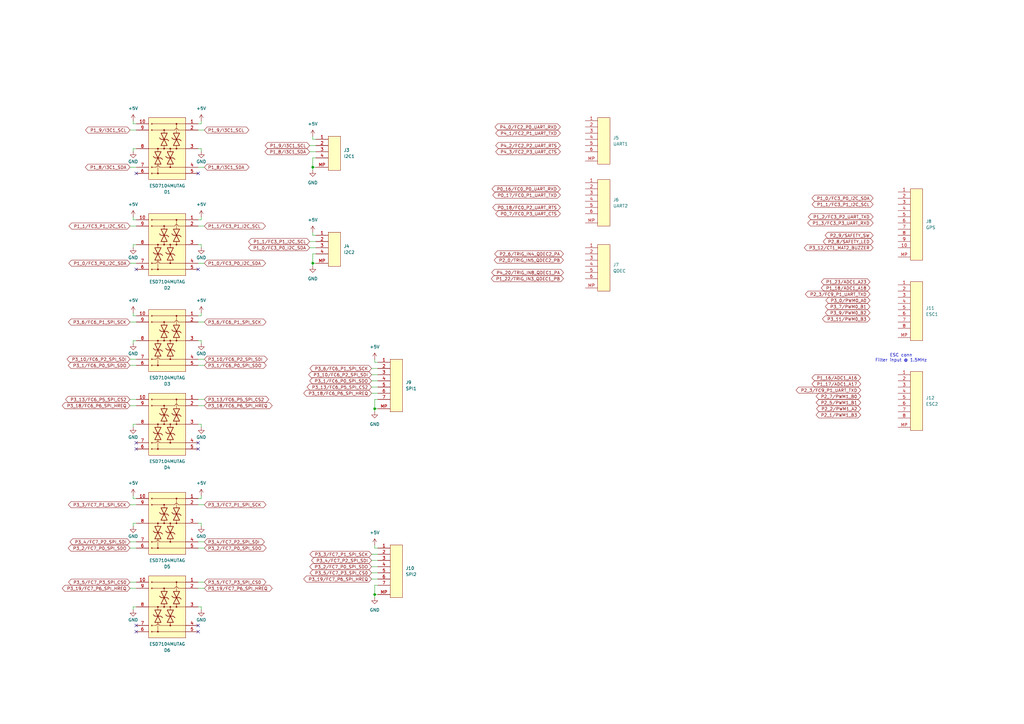
<source format=kicad_sch>
(kicad_sch (version 20250114) (generator "eeschema") (generator_version "9.0")
  (paper "A3")
  (title_block (title "MR-MCXN-T1-IO") (date "2025-10-13") (rev "X0") (company "NXP SEMICONDUCTORS B.V.") (comment 3 "DESIGNER: YOURI TILS") (comment 4 "CTO SYSTEM INNOVATIONS / MOBILE ROBOTICS DOMAIN"))
  (lib_symbols
    (symbol "Connectors:JST_GH_SM04B-GHS-TB" (pin_names (hide yes))
      (property "Reference" "J" (at 1.016 4.826 0))
      (property "Value" "SM04B-GHS-TB" (at 8.128 2.794 0))
      (symbol "JST_GH_SM04B-GHS-TB_1_1"
        (pin passive line (at 0 0 0) (length 5.08) (name "1") (number "1"))
        (pin passive line (at 0 -2.54 0) (length 5.08) (name "1") (number "2"))
        (pin passive line (at 0 -5.08 0) (length 5.08) (name "1") (number "3"))
        (pin passive line (at 0 -7.62 0) (length 5.08) (name "1") (number "4"))
        (pin passive line (at 0 -11.43 0) (length 5.08) (name "MP") (number "MP"))
      )
    )
    (symbol "Connectors:JST_GH_SM06B-GHS-TB" (pin_names (hide yes))
      (property "Reference" "J" (at 1.27 5.08 0))
      (property "Value" "SM06B-GHS-TB" (at 8.382 3.048 0))
      (symbol "JST_GH_SM06B-GHS-TB_1_1"
        (pin passive line (at 0 0 0) (length 5.08) (name "1") (number "1"))
        (pin passive line (at 0 -2.54 0) (length 5.08) (name "1") (number "2"))
        (pin passive line (at 0 -5.08 0) (length 5.08) (name "1") (number "3"))
        (pin passive line (at 0 -7.62 0) (length 5.08) (name "1") (number "4"))
        (pin passive line (at 0 -10.16 0) (length 5.08) (name "1") (number "5"))
        (pin passive line (at 0 -12.7 0) (length 5.08) (name "1") (number "6"))
        (pin passive line (at 0 -16.51 0) (length 5.08) (name "MP") (number "MP"))
      )
    )
    (symbol "Connectors:JST_GH_SM07B-GHS-TB" (pin_names (hide yes))
      (property "Reference" "J" (at 1.27 5.08 0))
      (property "Value" "SM07B-GHS-TB" (at 8.382 3.048 0))
      (symbol "JST_GH_SM07B-GHS-TB_1_1"
        (pin passive line (at 0 0 0) (length 5.08) (name "1") (number "1"))
        (pin passive line (at 0 -2.54 0) (length 5.08) (name "1") (number "2"))
        (pin passive line (at 0 -5.08 0) (length 5.08) (name "1") (number "3"))
        (pin passive line (at 0 -7.62 0) (length 5.08) (name "1") (number "4"))
        (pin passive line (at 0 -10.16 0) (length 5.08) (name "1") (number "5"))
        (pin passive line (at 0 -12.7 0) (length 5.08) (name "1") (number "6"))
        (pin passive line (at 0 -15.24 0) (length 5.08) (name "1") (number "7"))
        (pin passive line (at 0 -19.05 0) (length 5.08) (name "MP") (number "MP"))
      )
    )
    (symbol "Connectors:JST_GH_SM10B-GHS-TB" (pin_names (hide yes))
      (property "Reference" "J" (at 1.27 5.08 0))
      (property "Value" "SM10B-GHS-TB" (at 8.382 3.048 0))
      (symbol "JST_GH_SM10B-GHS-TB_1_1"
        (pin passive line (at 0 0 0) (length 5.08) (name "1") (number "1"))
        (pin passive line (at 0 -2.54 0) (length 5.08) (name "1") (number "2"))
        (pin passive line (at 0 -5.08 0) (length 5.08) (name "1") (number "3"))
        (pin passive line (at 0 -7.62 0) (length 5.08) (name "1") (number "4"))
        (pin passive line (at 0 -10.16 0) (length 5.08) (name "1") (number "5"))
        (pin passive line (at 0 -12.7 0) (length 5.08) (name "1") (number "6"))
        (pin passive line (at 0 -15.24 0) (length 5.08) (name "1") (number "7"))
        (pin passive line (at 0 -17.78 0) (length 5.08) (name "1") (number "8"))
        (pin passive line (at 0 -20.32 0) (length 5.08) (name "1") (number "9"))
        (pin passive line (at 0 -22.86 0) (length 5.08) (name "1") (number "10"))
        (pin passive line (at 0 -26.67 0) (length 5.08) (name "MP") (number "MP"))
      )
    )
    (symbol "Connectors:JST_SH_SM8B-SRSS-TB" (pin_names (hide yes))
      (property "Reference" "J" (at 1.016 5.08 0))
      (property "Value" "SM08B-GHS-TB" (at 8.128 3.048 0))
      (symbol "JST_SH_SM8B-SRSS-TB_1_1"
        (pin passive line (at 0 0 0) (length 5.08) (name "1") (number "1"))
        (pin passive line (at 0 -2.54 0) (length 5.08) (name "1") (number "2"))
        (pin passive line (at 0 -5.08 0) (length 5.08) (name "1") (number "3"))
        (pin passive line (at 0 -7.62 0) (length 5.08) (name "1") (number "4"))
        (pin passive line (at 0 -10.16 0) (length 5.08) (name "1") (number "5"))
        (pin passive line (at 0 -12.7 0) (length 5.08) (name "1") (number "6"))
        (pin passive line (at 0 -15.24 0) (length 5.08) (name "1") (number "7"))
        (pin passive line (at 0 -17.78 0) (length 5.08) (name "1") (number "8"))
        (pin passive line (at 0 -21.59 0) (length 5.08) (name "MP") (number "MP"))
      )
    )
    (symbol "ESD7104MUTAG_1" (pin_names (hide yes))
      (property "Reference" "D" (at 5.334 7.112 0))
      (property "Value" "ESD7104MUTAG" (at 5.334 4.572 0))
      (symbol "ESD7104MUTAG_1_1_1"
        (pin bidirectional line (at 0 0 0) (length 5.08) (hide yes) (name "IO_4") (number "5"))
        (pin passive line (at 0 0 0) (length 5.08) (name "NC_1") (number "6"))
        (pin bidirectional line (at 0 -2.54 0) (length 5.08) (hide yes) (name "IO_3") (number "4"))
        (pin passive line (at 0 -2.54 0) (length 5.08) (name "NC_2") (number "7"))
        (pin power_in line (at 0 -10.16 0) (length 5.08) (name "GND_2") (number "8"))
        (pin bidirectional line (at 0 -17.78 0) (length 5.08) (hide yes) (name "IO_2") (number "2"))
        (pin passive line (at 0 -17.78 0) (length 5.08) (name "NC_3") (number "9"))
        (pin bidirectional line (at 0 -20.32 0) (length 5.08) (hide yes) (name "IO_1") (number "1"))
        (pin passive line (at 0 -20.32 0) (length 5.08) (name "NC_4") (number "10"))
        (pin bidirectional line (at 25.4 0 180) (length 5.08) (name "IO_4") (number "5"))
        (pin bidirectional line (at 25.4 -2.54 180) (length 5.08) (name "IO_3") (number "4"))
        (pin power_in line (at 25.4 -10.16 180) (length 5.08) (name "GND_1") (number "3"))
        (pin bidirectional line (at 25.4 -17.78 180) (length 5.08) (name "IO_2") (number "2"))
        (pin bidirectional line (at 25.4 -20.32 180) (length 5.08) (name "IO_1") (number "1"))
      )
    )
    (symbol "ESD7104MUTAG_2" (pin_names (hide yes))
      (property "Reference" "D" (at 5.334 7.112 0))
      (property "Value" "ESD7104MUTAG" (at 5.334 4.572 0))
      (symbol "ESD7104MUTAG_2_1_1"
        (pin bidirectional line (at 0 0 0) (length 5.08) (hide yes) (name "IO_4") (number "5"))
        (pin passive line (at 0 0 0) (length 5.08) (name "NC_1") (number "6"))
        (pin bidirectional line (at 0 -2.54 0) (length 5.08) (hide yes) (name "IO_3") (number "4"))
        (pin passive line (at 0 -2.54 0) (length 5.08) (name "NC_2") (number "7"))
        (pin power_in line (at 0 -10.16 0) (length 5.08) (name "GND_2") (number "8"))
        (pin bidirectional line (at 0 -17.78 0) (length 5.08) (hide yes) (name "IO_2") (number "2"))
        (pin passive line (at 0 -17.78 0) (length 5.08) (name "NC_3") (number "9"))
        (pin bidirectional line (at 0 -20.32 0) (length 5.08) (hide yes) (name "IO_1") (number "1"))
        (pin passive line (at 0 -20.32 0) (length 5.08) (name "NC_4") (number "10"))
        (pin bidirectional line (at 25.4 0 180) (length 5.08) (name "IO_4") (number "5"))
        (pin bidirectional line (at 25.4 -2.54 180) (length 5.08) (name "IO_3") (number "4"))
        (pin power_in line (at 25.4 -10.16 180) (length 5.08) (name "GND_1") (number "3"))
        (pin bidirectional line (at 25.4 -17.78 180) (length 5.08) (name "IO_2") (number "2"))
        (pin bidirectional line (at 25.4 -20.32 180) (length 5.08) (name "IO_1") (number "1"))
      )
    )
    (symbol "ESD7104MUTAG_3" (pin_names (hide yes))
      (property "Reference" "D" (at 5.334 7.112 0))
      (property "Value" "ESD7104MUTAG" (at 5.334 4.572 0))
      (symbol "ESD7104MUTAG_3_1_1"
        (pin bidirectional line (at 0 0 0) (length 5.08) (hide yes) (name "IO_4") (number "5"))
        (pin passive line (at 0 0 0) (length 5.08) (name "NC_1") (number "6"))
        (pin bidirectional line (at 0 -2.54 0) (length 5.08) (hide yes) (name "IO_3") (number "4"))
        (pin passive line (at 0 -2.54 0) (length 5.08) (name "NC_2") (number "7"))
        (pin power_in line (at 0 -10.16 0) (length 5.08) (name "GND_2") (number "8"))
        (pin bidirectional line (at 0 -17.78 0) (length 5.08) (hide yes) (name "IO_2") (number "2"))
        (pin passive line (at 0 -17.78 0) (length 5.08) (name "NC_3") (number "9"))
        (pin bidirectional line (at 0 -20.32 0) (length 5.08) (hide yes) (name "IO_1") (number "1"))
        (pin passive line (at 0 -20.32 0) (length 5.08) (name "NC_4") (number "10"))
        (pin bidirectional line (at 25.4 0 180) (length 5.08) (name "IO_4") (number "5"))
        (pin bidirectional line (at 25.4 -2.54 180) (length 5.08) (name "IO_3") (number "4"))
        (pin power_in line (at 25.4 -10.16 180) (length 5.08) (name "GND_1") (number "3"))
        (pin bidirectional line (at 25.4 -17.78 180) (length 5.08) (name "IO_2") (number "2"))
        (pin bidirectional line (at 25.4 -20.32 180) (length 5.08) (name "IO_1") (number "1"))
      )
    )
    (symbol "ESD7104MUTAG_4" (pin_names (hide yes))
      (property "Reference" "D" (at 5.334 7.112 0))
      (property "Value" "ESD7104MUTAG" (at 5.334 4.572 0))
      (symbol "ESD7104MUTAG_4_1_1"
        (pin bidirectional line (at 0 0 0) (length 5.08) (hide yes) (name "IO_4") (number "5"))
        (pin passive line (at 0 0 0) (length 5.08) (name "NC_1") (number "6"))
        (pin bidirectional line (at 0 -2.54 0) (length 5.08) (hide yes) (name "IO_3") (number "4"))
        (pin passive line (at 0 -2.54 0) (length 5.08) (name "NC_2") (number "7"))
        (pin power_in line (at 0 -10.16 0) (length 5.08) (name "GND_2") (number "8"))
        (pin bidirectional line (at 0 -17.78 0) (length 5.08) (hide yes) (name "IO_2") (number "2"))
        (pin passive line (at 0 -17.78 0) (length 5.08) (name "NC_3") (number "9"))
        (pin bidirectional line (at 0 -20.32 0) (length 5.08) (hide yes) (name "IO_1") (number "1"))
        (pin passive line (at 0 -20.32 0) (length 5.08) (name "NC_4") (number "10"))
        (pin bidirectional line (at 25.4 0 180) (length 5.08) (name "IO_4") (number "5"))
        (pin bidirectional line (at 25.4 -2.54 180) (length 5.08) (name "IO_3") (number "4"))
        (pin power_in line (at 25.4 -10.16 180) (length 5.08) (name "GND_1") (number "3"))
        (pin bidirectional line (at 25.4 -17.78 180) (length 5.08) (name "IO_2") (number "2"))
        (pin bidirectional line (at 25.4 -20.32 180) (length 5.08) (name "IO_1") (number "1"))
      )
    )
    (symbol "ESD7104MUTAG_5" (pin_names (hide yes))
      (property "Reference" "D" (at 5.334 7.112 0))
      (property "Value" "ESD7104MUTAG" (at 5.334 4.572 0))
      (symbol "ESD7104MUTAG_5_1_1"
        (pin bidirectional line (at 0 0 0) (length 5.08) (hide yes) (name "IO_4") (number "5"))
        (pin passive line (at 0 0 0) (length 5.08) (name "NC_1") (number "6"))
        (pin bidirectional line (at 0 -2.54 0) (length 5.08) (hide yes) (name "IO_3") (number "4"))
        (pin passive line (at 0 -2.54 0) (length 5.08) (name "NC_2") (number "7"))
        (pin power_in line (at 0 -10.16 0) (length 5.08) (name "GND_2") (number "8"))
        (pin bidirectional line (at 0 -17.78 0) (length 5.08) (hide yes) (name "IO_2") (number "2"))
        (pin passive line (at 0 -17.78 0) (length 5.08) (name "NC_3") (number "9"))
        (pin bidirectional line (at 0 -20.32 0) (length 5.08) (hide yes) (name "IO_1") (number "1"))
        (pin passive line (at 0 -20.32 0) (length 5.08) (name "NC_4") (number "10"))
        (pin bidirectional line (at 25.4 0 180) (length 5.08) (name "IO_4") (number "5"))
        (pin bidirectional line (at 25.4 -2.54 180) (length 5.08) (name "IO_3") (number "4"))
        (pin power_in line (at 25.4 -10.16 180) (length 5.08) (name "GND_1") (number "3"))
        (pin bidirectional line (at 25.4 -17.78 180) (length 5.08) (name "IO_2") (number "2"))
        (pin bidirectional line (at 25.4 -20.32 180) (length 5.08) (name "IO_1") (number "1"))
      )
    )
    (symbol "TVS:ESD7104MUTAG" (pin_names (hide yes))
      (property "Reference" "D" (at 5.334 7.112 0))
      (property "Value" "ESD7104MUTAG" (at 5.334 4.572 0))
      (symbol "ESD7104MUTAG_1_1"
        (pin bidirectional line (at 0 0 0) (length 5.08) (hide yes) (name "IO_4") (number "5"))
        (pin passive line (at 0 0 0) (length 5.08) (name "NC_1") (number "6"))
        (pin bidirectional line (at 0 -2.54 0) (length 5.08) (hide yes) (name "IO_3") (number "4"))
        (pin passive line (at 0 -2.54 0) (length 5.08) (name "NC_2") (number "7"))
        (pin power_in line (at 0 -10.16 0) (length 5.08) (name "GND_2") (number "8"))
        (pin bidirectional line (at 0 -17.78 0) (length 5.08) (hide yes) (name "IO_2") (number "2"))
        (pin passive line (at 0 -17.78 0) (length 5.08) (name "NC_3") (number "9"))
        (pin bidirectional line (at 0 -20.32 0) (length 5.08) (hide yes) (name "IO_1") (number "1"))
        (pin passive line (at 0 -20.32 0) (length 5.08) (name "NC_4") (number "10"))
        (pin bidirectional line (at 25.4 0 180) (length 5.08) (name "IO_4") (number "5"))
        (pin bidirectional line (at 25.4 -2.54 180) (length 5.08) (name "IO_3") (number "4"))
        (pin power_in line (at 25.4 -10.16 180) (length 5.08) (name "GND_1") (number "3"))
        (pin bidirectional line (at 25.4 -17.78 180) (length 5.08) (name "IO_2") (number "2"))
        (pin bidirectional line (at 25.4 -20.32 180) (length 5.08) (name "IO_1") (number "1"))
      )
    )
    (symbol "power:+5V" (power) (pin_numbers (hide yes)) (pin_names (offset 0) (hide yes))
      (property "Value" "+5V" (at 0 3.556 0))
      (symbol "+5V_1_1"
        (pin power_in line (at 0 0 90) (length 0) (name "~") (number "1"))
      )
    )
    (symbol "power:GND" (power) (pin_numbers (hide yes)) (pin_names (offset 0) (hide yes))
      (property "Value" "GND" (at 0 -3.81 0))
      (symbol "GND_1_1"
        (pin power_in line (at 0 0 270) (length 0) (name "~") (number "1"))
      )
    )
  )
  (text "ESC conn\nFilter input @ 1.5MHz" (at 369.57 146.812 0) (effects (font (size 1.27 1.27))))
  (junction (at 153.67 167.64))
  (junction (at 153.67 243.84))
  (junction (at 128.27 107.95))
  (junction (at 128.27 68.58))
  (no_connect (at 55.88 181.61))
  (no_connect (at 81.28 181.61))
  (no_connect (at 81.28 259.08))
  (no_connect (at 55.88 184.15))
  (no_connect (at 55.88 110.49))
  (no_connect (at 81.28 256.54))
  (no_connect (at 81.28 110.49))
  (no_connect (at 55.88 256.54))
  (no_connect (at 55.88 71.12))
  (no_connect (at 55.88 259.08))
  (no_connect (at 81.28 184.15))
  (no_connect (at 81.28 71.12))
  (wire (pts (xy 83.82 147.32) (xy 81.28 147.32)))
  (wire (pts (xy 83.82 163.83) (xy 81.28 163.83)))
  (wire (pts (xy 82.55 214.63) (xy 81.28 214.63)))
  (wire (pts (xy 82.55 173.99) (xy 82.55 175.26)))
  (wire (pts (xy 128.27 57.15) (xy 129.54 57.15)))
  (wire (pts (xy 128.27 69.85) (xy 128.27 68.58)))
  (wire (pts (xy 152.4 151.13) (xy 154.94 151.13)))
  (wire (pts (xy 153.67 240.03) (xy 154.94 240.03)))
  (wire (pts (xy 83.82 238.76) (xy 81.28 238.76)))
  (wire (pts (xy 128.27 68.58) (xy 129.54 68.58)))
  (wire (pts (xy 81.28 50.8) (xy 82.55 50.8)))
  (wire (pts (xy 82.55 204.47) (xy 81.28 204.47)))
  (wire (pts (xy 53.34 224.79) (xy 55.88 224.79)))
  (wire (pts (xy 53.34 107.95) (xy 55.88 107.95)))
  (wire (pts (xy 152.4 158.75) (xy 154.94 158.75)))
  (wire (pts (xy 152.4 227.33) (xy 154.94 227.33)))
  (wire (pts (xy 54.61 100.33) (xy 55.88 100.33)))
  (wire (pts (xy 152.4 161.29) (xy 154.94 161.29)))
  (wire (pts (xy 152.4 229.87) (xy 154.94 229.87)))
  (wire (pts (xy 83.82 132.08) (xy 81.28 132.08)))
  (wire (pts (xy 83.82 53.34) (xy 81.28 53.34)))
  (wire (pts (xy 82.55 248.92) (xy 81.28 248.92)))
  (wire (pts (xy 54.61 128.27) (xy 54.61 129.54)))
  (wire (pts (xy 128.27 109.22) (xy 128.27 107.95)))
  (wire (pts (xy 53.34 207.01) (xy 55.88 207.01)))
  (wire (pts (xy 153.67 147.32) (xy 153.67 148.59)))
  (wire (pts (xy 83.82 241.3) (xy 81.28 241.3)))
  (wire (pts (xy 128.27 104.14) (xy 128.27 107.95)))
  (wire (pts (xy 82.55 100.33) (xy 82.55 101.6)))
  (wire (pts (xy 82.55 100.33) (xy 81.28 100.33)))
  (wire (pts (xy 152.4 234.95) (xy 154.94 234.95)))
  (wire (pts (xy 54.61 248.92) (xy 54.61 250.19)))
  (wire (pts (xy 83.82 207.01) (xy 81.28 207.01)))
  (wire (pts (xy 82.55 60.96) (xy 82.55 62.23)))
  (wire (pts (xy 82.55 49.53) (xy 82.55 50.8)))
  (wire (pts (xy 53.34 166.37) (xy 55.88 166.37)))
  (wire (pts (xy 153.67 163.83) (xy 153.67 167.64)))
  (wire (pts (xy 152.4 153.67) (xy 154.94 153.67)))
  (wire (pts (xy 129.54 59.69) (xy 127 59.69)))
  (wire (pts (xy 83.82 149.86) (xy 81.28 149.86)))
  (wire (pts (xy 153.67 148.59) (xy 154.94 148.59)))
  (wire (pts (xy 83.82 166.37) (xy 81.28 166.37)))
  (wire (pts (xy 54.61 203.2) (xy 54.61 204.47)))
  (wire (pts (xy 152.4 232.41) (xy 154.94 232.41)))
  (wire (pts (xy 82.55 214.63) (xy 82.55 215.9)))
  (wire (pts (xy 129.54 64.77) (xy 128.27 64.77)))
  (wire (pts (xy 82.55 129.54) (xy 81.28 129.54)))
  (wire (pts (xy 82.55 128.27) (xy 82.55 129.54)))
  (wire (pts (xy 83.82 92.71) (xy 81.28 92.71)))
  (wire (pts (xy 54.61 90.17) (xy 55.88 90.17)))
  (wire (pts (xy 54.61 173.99) (xy 55.88 173.99)))
  (wire (pts (xy 127 101.6) (xy 129.54 101.6)))
  (wire (pts (xy 82.55 139.7) (xy 82.55 140.97)))
  (wire (pts (xy 82.55 173.99) (xy 81.28 173.99)))
  (wire (pts (xy 54.61 214.63) (xy 55.88 214.63)))
  (wire (pts (xy 53.34 149.86) (xy 55.88 149.86)))
  (wire (pts (xy 81.28 107.95) (xy 83.82 107.95)))
  (wire (pts (xy 152.4 237.49) (xy 154.94 237.49)))
  (wire (pts (xy 82.55 248.92) (xy 82.55 250.19)))
  (wire (pts (xy 53.34 92.71) (xy 55.88 92.71)))
  (wire (pts (xy 54.61 173.99) (xy 54.61 175.26)))
  (wire (pts (xy 153.67 167.64) (xy 154.94 167.64)))
  (wire (pts (xy 81.28 90.17) (xy 82.55 90.17)))
  (wire (pts (xy 53.34 132.08) (xy 55.88 132.08)))
  (wire (pts (xy 128.27 55.88) (xy 128.27 57.15)))
  (wire (pts (xy 53.34 68.58) (xy 55.88 68.58)))
  (wire (pts (xy 82.55 203.2) (xy 82.55 204.47)))
  (wire (pts (xy 153.67 163.83) (xy 154.94 163.83)))
  (wire (pts (xy 53.34 147.32) (xy 55.88 147.32)))
  (wire (pts (xy 54.61 100.33) (xy 54.61 101.6)))
  (wire (pts (xy 53.34 241.3) (xy 55.88 241.3)))
  (wire (pts (xy 128.27 96.52) (xy 129.54 96.52)))
  (wire (pts (xy 128.27 64.77) (xy 128.27 68.58)))
  (wire (pts (xy 128.27 95.25) (xy 128.27 96.52)))
  (wire (pts (xy 54.61 60.96) (xy 54.61 62.23)))
  (wire (pts (xy 54.61 139.7) (xy 55.88 139.7)))
  (wire (pts (xy 54.61 49.53) (xy 54.61 50.8)))
  (wire (pts (xy 153.67 223.52) (xy 153.67 224.79)))
  (wire (pts (xy 82.55 139.7) (xy 81.28 139.7)))
  (wire (pts (xy 128.27 107.95) (xy 129.54 107.95)))
  (wire (pts (xy 53.34 53.34) (xy 55.88 53.34)))
  (wire (pts (xy 54.61 139.7) (xy 54.61 140.97)))
  (wire (pts (xy 83.82 224.79) (xy 81.28 224.79)))
  (wire (pts (xy 153.67 240.03) (xy 153.67 243.84)))
  (wire (pts (xy 54.61 50.8) (xy 55.88 50.8)))
  (wire (pts (xy 153.67 243.84) (xy 154.94 243.84)))
  (wire (pts (xy 153.67 168.91) (xy 153.67 167.64)))
  (wire (pts (xy 83.82 222.25) (xy 81.28 222.25)))
  (wire (pts (xy 82.55 88.9) (xy 82.55 90.17)))
  (wire (pts (xy 53.34 238.76) (xy 55.88 238.76)))
  (wire (pts (xy 54.61 88.9) (xy 54.61 90.17)))
  (wire (pts (xy 153.67 245.11) (xy 153.67 243.84)))
  (wire (pts (xy 129.54 104.14) (xy 128.27 104.14)))
  (wire (pts (xy 153.67 224.79) (xy 154.94 224.79)))
  (wire (pts (xy 54.61 60.96) (xy 55.88 60.96)))
  (wire (pts (xy 127 62.23) (xy 129.54 62.23)))
  (wire (pts (xy 82.55 60.96) (xy 81.28 60.96)))
  (wire (pts (xy 127 99.06) (xy 129.54 99.06)))
  (wire (pts (xy 54.61 248.92) (xy 55.88 248.92)))
  (wire (pts (xy 54.61 214.63) (xy 54.61 215.9)))
  (wire (pts (xy 81.28 68.58) (xy 83.82 68.58)))
  (wire (pts (xy 54.61 204.47) (xy 55.88 204.47)))
  (wire (pts (xy 54.61 129.54) (xy 55.88 129.54)))
  (wire (pts (xy 53.34 222.25) (xy 55.88 222.25)))
  (wire (pts (xy 53.34 163.83) (xy 55.88 163.83)))
  (wire (pts (xy 152.4 156.21) (xy 154.94 156.21)))
  (global_label "P0_18{slash}FC0_P2_UART_RTS" (shape bidirectional) (at 229.87 85.09 180) (property "Intersheetrefs" "${INTERSHEET_REFS}" (at 201.5227 85.09 0) (effects (justify right))))
  (global_label "P1_1{slash}FC3_P1_I2C_SCL" (shape bidirectional) (at 127 99.06 180) (property "Intersheetrefs" "${INTERSHEET_REFS}" (at 101.3136 99.06 0) (effects (justify right))))
  (global_label "P0_7{slash}FC0_P3_UART_CTS" (shape bidirectional) (at 229.87 87.63 180) (property "Intersheetrefs" "${INTERSHEET_REFS}" (at 202.7322 87.63 0) (effects (justify right))))
  (global_label "P1_0{slash}FC3_P0_I2C_SDA" (shape bidirectional) (at 83.82 107.95 0) (property "Intersheetrefs" "${INTERSHEET_REFS}" (at 109.4459 107.95 0) (effects (justify left))))
  (global_label "P2_0{slash}TRIG_IN5_QDEC2_PB" (shape bidirectional) (at 231.14 106.68 180) (property "Intersheetrefs" "${INTERSHEET_REFS}" (at 202.1274 106.68 0) (effects (justify right))))
  (global_label "P1_23{slash}ADC1_A23" (shape bidirectional) (at 356.87 115.57 180) (property "Intersheetrefs" "${INTERSHEET_REFS}" (at 336.2636 115.57 0) (effects (justify right))))
  (global_label "P3_19{slash}FC7_P6_SPI_HREQ" (shape bidirectional) (at 83.82 241.3 0) (property "Intersheetrefs" "${INTERSHEET_REFS}" (at 112.2278 241.3 0) (effects (justify left))))
  (global_label "P0_16{slash}FC0_P0_UART_RXD" (shape bidirectional) (at 229.87 77.47 180) (property "Intersheetrefs" "${INTERSHEET_REFS}" (at 201.2203 77.47 0) (effects (justify right))))
  (global_label "P1_9{slash}I3C1_SCL" (shape bidirectional) (at 83.82 53.34 0) (property "Intersheetrefs" "${INTERSHEET_REFS}" (at 102.7331 53.34 0) (effects (justify left))))
  (global_label "P3_9{slash}PWM0_B2" (shape bidirectional) (at 356.87 128.27 180) (property "Intersheetrefs" "${INTERSHEET_REFS}" (at 337.957 128.27 0) (effects (justify right))))
  (global_label "P1_0{slash}FC3_P0_I2C_SDA" (shape bidirectional) (at 127 101.6 180) (property "Intersheetrefs" "${INTERSHEET_REFS}" (at 101.3741 101.6 0) (effects (justify right))))
  (global_label "P3_3{slash}FC7_P1_SPI_SCK" (shape bidirectional) (at 152.4 227.33 180) (property "Intersheetrefs" "${INTERSHEET_REFS}" (at 126.5322 227.33 0) (effects (justify right))))
  (global_label "P3_18{slash}FC6_P6_SPI_HREQ" (shape bidirectional) (at 152.4 161.29 180) (property "Intersheetrefs" "${INTERSHEET_REFS}" (at 123.9922 161.29 0) (effects (justify right))))
  (global_label "P1_9{slash}I3C1_SCL" (shape bidirectional) (at 127 59.69 180) (property "Intersheetrefs" "${INTERSHEET_REFS}" (at 108.0869 59.69 0) (effects (justify right))))
  (global_label "P1_3{slash}FC3_P3_UART_RXD" (shape bidirectional) (at 358.14 91.44 180) (property "Intersheetrefs" "${INTERSHEET_REFS}" (at 330.6998 91.44 0) (effects (justify right))))
  (global_label "P3_10{slash}FC6_P2_SPI_SDI" (shape bidirectional) (at 152.4 153.67 180) (property "Intersheetrefs" "${INTERSHEET_REFS}" (at 125.9879 153.67 0) (effects (justify right))))
  (global_label "P1_9{slash}I3C1_SCL" (shape bidirectional) (at 53.34 53.34 180) (property "Intersheetrefs" "${INTERSHEET_REFS}" (at 34.4269 53.34 0) (effects (justify right))))
  (global_label "P3_0{slash}PWM0_A0" (shape bidirectional) (at 356.87 123.19 180) (property "Intersheetrefs" "${INTERSHEET_REFS}" (at 338.1384 123.19 0) (effects (justify right))))
  (global_label "P3_5{slash}FC7_P3_SPI_CS0" (shape bidirectional) (at 83.82 238.76 0) (property "Intersheetrefs" "${INTERSHEET_REFS}" (at 109.6273 238.76 0) (effects (justify left))))
  (global_label "P3_18{slash}FC6_P6_SPI_HREQ" (shape bidirectional) (at 83.82 166.37 0) (property "Intersheetrefs" "${INTERSHEET_REFS}" (at 112.2278 166.37 0) (effects (justify left))))
  (global_label "P3_13{slash}FC6_P5_SPI_CS2" (shape bidirectional) (at 53.34 163.83 180) (property "Intersheetrefs" "${INTERSHEET_REFS}" (at 26.3232 163.83 0) (effects (justify right))))
  (global_label "P1_0{slash}FC3_P0_I2C_SDA" (shape bidirectional) (at 53.34 107.95 180) (property "Intersheetrefs" "${INTERSHEET_REFS}" (at 27.7141 107.95 0) (effects (justify right))))
  (global_label "P1_17{slash}ADC1_A17" (shape bidirectional) (at 353.06 157.48 180) (property "Intersheetrefs" "${INTERSHEET_REFS}" (at 332.4536 157.48 0) (effects (justify right))))
  (global_label "P3_11{slash}PWM0_B3" (shape bidirectional) (at 356.87 130.81 180) (property "Intersheetrefs" "${INTERSHEET_REFS}" (at 336.7475 130.81 0) (effects (justify right))))
  (global_label "P1_0{slash}FC3_P0_I2C_SDA" (shape bidirectional) (at 358.14 81.28 180) (property "Intersheetrefs" "${INTERSHEET_REFS}" (at 332.4536 81.28 0) (effects (justify right))))
  (global_label "P2_2{slash}PWM1_A2" (shape bidirectional) (at 353.06 167.64 180) (property "Intersheetrefs" "${INTERSHEET_REFS}" (at 334.3284 167.64 0) (effects (justify right))))
  (global_label "P3_1{slash}FC6_P0_SPI_SDO" (shape bidirectional) (at 53.34 149.86 180) (property "Intersheetrefs" "${INTERSHEET_REFS}" (at 27.4117 149.86 0) (effects (justify right))))
  (global_label "P3_3{slash}FC7_P1_SPI_SCK" (shape bidirectional) (at 83.82 207.01 0) (property "Intersheetrefs" "${INTERSHEET_REFS}" (at 109.6878 207.01 0) (effects (justify left))))
  (global_label "P2_3{slash}FC9_P1_UART_TXD" (shape bidirectional) (at 353.06 160.02 180) (property "Intersheetrefs" "${INTERSHEET_REFS}" (at 325.9222 160.02 0) (effects (justify right))))
  (global_label "P3_13{slash}FC6_P5_SPI_CS2" (shape bidirectional) (at 152.4 158.75 180) (property "Intersheetrefs" "${INTERSHEET_REFS}" (at 125.3832 158.75 0) (effects (justify right))))
  (global_label "P3_2{slash}FC7_P0_SPI_SDO" (shape bidirectional) (at 53.34 224.79 180) (property "Intersheetrefs" "${INTERSHEET_REFS}" (at 27.4117 224.79 0) (effects (justify right))))
  (global_label "P3_1{slash}FC6_P0_SPI_SDO" (shape bidirectional) (at 152.4 156.21 180) (property "Intersheetrefs" "${INTERSHEET_REFS}" (at 126.4717 156.21 0) (effects (justify right))))
  (global_label "P3_7{slash}PWM0_B1" (shape bidirectional) (at 356.87 125.73 180) (property "Intersheetrefs" "${INTERSHEET_REFS}" (at 337.957 125.73 0) (effects (justify right))))
  (global_label "P1_1{slash}FC3_P1_I2C_SCL" (shape bidirectional) (at 53.34 92.71 180) (property "Intersheetrefs" "${INTERSHEET_REFS}" (at 27.6536 92.71 0) (effects (justify right))))
  (global_label "P3_13{slash}FC6_P5_SPI_CS2" (shape bidirectional) (at 83.82 163.83 0) (property "Intersheetrefs" "${INTERSHEET_REFS}" (at 110.8368 163.83 0) (effects (justify left))))
  (global_label "P1_1{slash}FC3_P1_I2C_SCL" (shape bidirectional) (at 358.14 83.82 180) (property "Intersheetrefs" "${INTERSHEET_REFS}" (at 332.5141 83.82 0) (effects (justify right))))
  (global_label "P3_6{slash}FC6_P1_SPI_SCK" (shape bidirectional) (at 83.82 132.08 0) (property "Intersheetrefs" "${INTERSHEET_REFS}" (at 109.6878 132.08 0) (effects (justify left))))
  (global_label "P3_3{slash}FC7_P1_SPI_SCK" (shape bidirectional) (at 53.34 207.01 180) (property "Intersheetrefs" "${INTERSHEET_REFS}" (at 27.4722 207.01 0) (effects (justify right))))
  (global_label "P4_1{slash}FC2_P1_UART_TXD" (shape bidirectional) (at 229.87 54.61 180) (property "Intersheetrefs" "${INTERSHEET_REFS}" (at 202.7322 54.61 0) (effects (justify right))))
  (global_label "P3_6{slash}FC6_P1_SPI_SCK" (shape bidirectional) (at 53.34 132.08 180) (property "Intersheetrefs" "${INTERSHEET_REFS}" (at 27.4722 132.08 0) (effects (justify right))))
  (global_label "P1_2{slash}FC3_P2_UART_TXD" (shape bidirectional) (at 358.14 88.9 180) (property "Intersheetrefs" "${INTERSHEET_REFS}" (at 331.0022 88.9 0) (effects (justify right))))
  (global_label "P4_3{slash}FC2_P3_UART_CTS" (shape bidirectional) (at 229.87 62.23 180) (property "Intersheetrefs" "${INTERSHEET_REFS}" (at 202.7322 62.23 0) (effects (justify right))))
  (global_label "P3_19{slash}FC7_P6_SPI_HREQ" (shape bidirectional) (at 152.4 237.49 180) (property "Intersheetrefs" "${INTERSHEET_REFS}" (at 123.9922 237.49 0) (effects (justify right))))
  (global_label "P3_2{slash}FC7_P0_SPI_SDO" (shape bidirectional) (at 83.82 224.79 0) (property "Intersheetrefs" "${INTERSHEET_REFS}" (at 109.7483 224.79 0) (effects (justify left))))
  (global_label "P3_12{slash}CT1_MAT2_BUZZER" (shape bidirectional) (at 358.14 101.6 180) (property "Intersheetrefs" "${INTERSHEET_REFS}" (at 329.309 101.6 0) (effects (justify right))))
  (global_label "P4_2{slash}FC2_P2_UART_RTS" (shape bidirectional) (at 229.87 59.69 180) (property "Intersheetrefs" "${INTERSHEET_REFS}" (at 202.7322 59.69 0) (effects (justify right))))
  (global_label "P3_19{slash}FC7_P6_SPI_HREQ" (shape bidirectional) (at 53.34 241.3 180) (property "Intersheetrefs" "${INTERSHEET_REFS}" (at 24.9322 241.3 0) (effects (justify right))))
  (global_label "P2_3{slash}FC9_P1_UART_TXD" (shape bidirectional) (at 356.87 120.65 180) (property "Intersheetrefs" "${INTERSHEET_REFS}" (at 329.7322 120.65 0) (effects (justify right))))
  (global_label "P3_2{slash}FC7_P0_SPI_SDO" (shape bidirectional) (at 152.4 232.41 180) (property "Intersheetrefs" "${INTERSHEET_REFS}" (at 126.4717 232.41 0) (effects (justify right))))
  (global_label "P3_4{slash}FC7_P2_SPI_SDI" (shape bidirectional) (at 83.82 222.25 0) (property "Intersheetrefs" "${INTERSHEET_REFS}" (at 109.0226 222.25 0) (effects (justify left))))
  (global_label "P3_5{slash}FC7_P3_SPI_CS0" (shape bidirectional) (at 53.34 238.76 180) (property "Intersheetrefs" "${INTERSHEET_REFS}" (at 27.5327 238.76 0) (effects (justify right))))
  (global_label "P2_8{slash}SAFETY_LED" (shape bidirectional) (at 358.14 99.06 180) (property "Intersheetrefs" "${INTERSHEET_REFS}" (at 337.0498 99.06 0) (effects (justify right))))
  (global_label "P2_1{slash}PWM1_B3" (shape bidirectional) (at 353.06 170.18 180) (property "Intersheetrefs" "${INTERSHEET_REFS}" (at 334.147 170.18 0) (effects (justify right))))
  (global_label "P2_9{slash}SAFETY_SW" (shape bidirectional) (at 358.14 96.52 180) (property "Intersheetrefs" "${INTERSHEET_REFS}" (at 337.836 96.52 0) (effects (justify right))))
  (global_label "P1_8{slash}I3C1_SDA" (shape bidirectional) (at 83.82 68.58 0) (property "Intersheetrefs" "${INTERSHEET_REFS}" (at 102.6726 68.58 0) (effects (justify left))))
  (global_label "P1_22{slash}TRIG_IN3_QDEC1_PB" (shape bidirectional) (at 231.14 114.3 180) (property "Intersheetrefs" "${INTERSHEET_REFS}" (at 200.9179 114.3 0) (effects (justify right))))
  (global_label "P4_0{slash}FC2_P0_UART_RXD" (shape bidirectional) (at 229.87 52.07 180) (property "Intersheetrefs" "${INTERSHEET_REFS}" (at 202.4298 52.07 0) (effects (justify right))))
  (global_label "P1_8{slash}I3C1_SDA" (shape bidirectional) (at 53.34 68.58 180) (property "Intersheetrefs" "${INTERSHEET_REFS}" (at 34.4874 68.58 0) (effects (justify right))))
  (global_label "P3_4{slash}FC7_P2_SPI_SDI" (shape bidirectional) (at 53.34 222.25 180) (property "Intersheetrefs" "${INTERSHEET_REFS}" (at 28.1374 222.25 0) (effects (justify right))))
  (global_label "P0_17{slash}FC0_P1_UART_TXD" (shape bidirectional) (at 229.87 80.01 180) (property "Intersheetrefs" "${INTERSHEET_REFS}" (at 201.5227 80.01 0) (effects (justify right))))
  (global_label "P1_16{slash}ADC1_A16" (shape bidirectional) (at 353.06 154.94 180) (property "Intersheetrefs" "${INTERSHEET_REFS}" (at 332.4536 154.94 0) (effects (justify right))))
  (global_label "P1_1{slash}FC3_P1_I2C_SCL" (shape bidirectional) (at 83.82 92.71 0) (property "Intersheetrefs" "${INTERSHEET_REFS}" (at 109.5064 92.71 0) (effects (justify left))))
  (global_label "P3_18{slash}FC6_P6_SPI_HREQ" (shape bidirectional) (at 53.34 166.37 180) (property "Intersheetrefs" "${INTERSHEET_REFS}" (at 24.9322 166.37 0) (effects (justify right))))
  (global_label "P2_6{slash}TRIG_IN4_QDEC2_PA" (shape bidirectional) (at 231.14 104.14 180) (property "Intersheetrefs" "${INTERSHEET_REFS}" (at 202.3088 104.14 0) (effects (justify right))))
  (global_label "P1_18{slash}ADC1_A18" (shape bidirectional) (at 356.87 118.11 180) (property "Intersheetrefs" "${INTERSHEET_REFS}" (at 336.2636 118.11 0) (effects (justify right))))
  (global_label "P2_5{slash}PWM1_B1" (shape bidirectional) (at 353.06 165.1 180) (property "Intersheetrefs" "${INTERSHEET_REFS}" (at 334.147 165.1 0) (effects (justify right))))
  (global_label "P4_20{slash}TRIG_IN8_QDEC1_PA" (shape bidirectional) (at 231.14 111.76 180) (property "Intersheetrefs" "${INTERSHEET_REFS}" (at 201.0993 111.76 0) (effects (justify right))))
  (global_label "P1_8{slash}I3C1_SDA" (shape bidirectional) (at 127 62.23 180) (property "Intersheetrefs" "${INTERSHEET_REFS}" (at 108.1474 62.23 0) (effects (justify right))))
  (global_label "P3_10{slash}FC6_P2_SPI_SDI" (shape bidirectional) (at 83.82 147.32 0) (property "Intersheetrefs" "${INTERSHEET_REFS}" (at 110.2321 147.32 0) (effects (justify left))))
  (global_label "P3_10{slash}FC6_P2_SPI_SDI" (shape bidirectional) (at 53.34 147.32 180) (property "Intersheetrefs" "${INTERSHEET_REFS}" (at 26.9279 147.32 0) (effects (justify right))))
  (global_label "P3_1{slash}FC6_P0_SPI_SDO" (shape bidirectional) (at 83.82 149.86 0) (property "Intersheetrefs" "${INTERSHEET_REFS}" (at 109.7483 149.86 0) (effects (justify left))))
  (global_label "P3_4{slash}FC7_P2_SPI_SDI" (shape bidirectional) (at 152.4 229.87 180) (property "Intersheetrefs" "${INTERSHEET_REFS}" (at 127.1974 229.87 0) (effects (justify right))))
  (global_label "P3_6{slash}FC6_P1_SPI_SCK" (shape bidirectional) (at 152.4 151.13 180) (property "Intersheetrefs" "${INTERSHEET_REFS}" (at 126.5322 151.13 0) (effects (justify right))))
  (global_label "P2_7{slash}PWM1_B0" (shape bidirectional) (at 353.06 162.56 180) (property "Intersheetrefs" "${INTERSHEET_REFS}" (at 334.147 162.56 0) (effects (justify right))))
  (global_label "P3_5{slash}FC7_P3_SPI_CS0" (shape bidirectional) (at 152.4 234.95 180) (property "Intersheetrefs" "${INTERSHEET_REFS}" (at 126.5927 234.95 0) (effects (justify right))))
  (symbol (lib_id "power:GND") (at 54.61 62.23 0) (mirror y) (unit 1)
    (property "Reference" "#PWR047" (effects (hide yes)))
    (property "Value" "GND" (at 54.61 66.294 0))
    (property "Description" "Power symbol creates a global label with name \"GND\" , ground" (effects (hide yes)))
  )
  (symbol (lib_name "ESD7104MUTAG_1") (lib_id "TVS:ESD7104MUTAG") (at 55.88 110.49 0) (mirror x) (unit 1)
    (property "Reference" "D2" (at 68.58 118.11 0))
    (property "Value" "ESD7104MUTAG" (at 68.58 115.57 0))
    (property "Footprint" "TVS:ESD8104MUTAG" (effects (hide yes)))
    (property "Datasheet" "https://www.onsemi.com/pub/Collateral/ESD7104-D.PDF" (effects (hide yes)))
    (property "Description" "SZESD7104MTWTAG Wettable Flank Package; Low ESD Clamping Voltage; SZ Prefix for Automotive and Other Applications Requiring Unique Site and Control Change Requirements; AECQ101 Qualified and PPAP Capable; These Devices are PbFree, Halogen Free/BFR Free and are RoHS Compliant; Low Capacitance (0.3 pF Typical, I/O to GND); IEC6100042 (ESD): Level 4" (effects (hide yes)))
    (property "MF" "onsemi" (effects (hide yes)))
    (property "MFPN" "ESD7104MUTAG" (effects (hide yes)))
    (property "DigiKey" "ESD7104MUTAGOSCT-ND" (effects (hide yes)))
  )
  (symbol (lib_id "power:GND") (at 54.61 140.97 0) (mirror y) (unit 1)
    (property "Reference" "#PWR060" (effects (hide yes)))
    (property "Value" "GND" (at 54.61 145.034 0))
    (property "Description" "Power symbol creates a global label with name \"GND\" , ground" (effects (hide yes)))
  )
  (symbol (lib_id "power:+5V") (at 82.55 49.53 0) (mirror y) (unit 1)
    (property "Reference" "#PWR050" (effects (hide yes)))
    (property "Value" "+5V" (at 82.55 44.45 0))
    (property "Description" "Power symbol creates a global label with name \"+5V\"" (effects (hide yes)))
  )
  (symbol (lib_id "power:+5V") (at 153.67 147.32 0) (mirror y) (unit 1)
    (property "Reference" "#PWR058" (effects (hide yes)))
    (property "Value" "+5V" (at 153.67 142.24 0))
    (property "Description" "Power symbol creates a global label with name \"+5V\"" (effects (hide yes)))
  )
  (symbol (lib_id "power:GND") (at 82.55 175.26 0) (mirror y) (unit 1)
    (property "Reference" "#PWR063" (effects (hide yes)))
    (property "Value" "GND" (at 82.55 179.324 0))
    (property "Description" "Power symbol creates a global label with name \"GND\" , ground" (effects (hide yes)))
  )
  (symbol (lib_id "power:+5V") (at 128.27 95.25 0) (mirror y) (unit 1)
    (property "Reference" "#PWR052" (effects (hide yes)))
    (property "Value" "+5V" (at 128.27 90.17 0))
    (property "Description" "Power symbol creates a global label with name \"+5V\"" (effects (hide yes)))
  )
  (symbol (lib_id "Connectors:JST_GH_SM06B-GHS-TB") (at 240.03 49.53 0) (unit 1)
    (property "Reference" "J5" (at 251.46 56.5149 0) (effects (justify left)))
    (property "Value" "UART1" (at 251.46 59.0549 0) (effects (justify left)))
    (property "Footprint" "Connector_JST:JST_GH_SM06B-GHS-TB_1x06-1MP_P1.25mm_Horizontal" (effects (hide yes)))
    (property "Datasheet" "https://www.jst-mfg.com/product/pdf/eng/eGH.pdf" (effects (hide yes)))
    (property "Description" "Connector Header Surface Mount, Right Angle 6 position 0.049\" (1.25mm)" (effects (hide yes)))
    (property "MF" "JST Sales America Inc." (effects (hide yes)))
    (property "MFPN" "SM06B-GHS-TB" (effects (hide yes)))
    (property "DigiKey" "455-1568-1-ND" (effects (hide yes)))
  )
  (symbol (lib_id "Connectors:JST_SH_SM8B-SRSS-TB") (at 368.3 153.67 0) (unit 1)
    (property "Reference" "J12" (at 379.73 163.1949 0) (effects (justify left)))
    (property "Value" "ESC2" (at 379.73 165.7349 0) (effects (justify left)))
    (property "Footprint" "Connector_JST:JST_SH_SM08B-SRSS-TB_1x08-1MP_P1.00mm_Horizontal" (effects (hide yes)))
    (property "MF" "JST Sales America Inc." (effects (hide yes)))
    (property "MFPN" "SM08B-SRSS-TB" (effects (hide yes)))
    (property "DigiKey" "455-1808-1-ND" (effects (hide yes)))
  )
  (symbol (lib_id "power:+5V") (at 82.55 203.2 0) (mirror y) (unit 1)
    (property "Reference" "#PWR074" (effects (hide yes)))
    (property "Value" "+5V" (at 82.55 198.12 0))
    (property "Description" "Power symbol creates a global label with name \"+5V\"" (effects (hide yes)))
  )
  (symbol (lib_id "power:+5V") (at 54.61 128.27 0) (mirror y) (unit 1)
    (property "Reference" "#PWR064" (effects (hide yes)))
    (property "Value" "+5V" (at 54.61 123.19 0))
    (property "Description" "Power symbol creates a global label with name \"+5V\"" (effects (hide yes)))
  )
  (symbol (lib_id "power:GND") (at 153.67 168.91 0) (mirror y) (unit 1)
    (property "Reference" "#PWR059" (effects (hide yes)))
    (property "Value" "GND" (at 153.67 173.99 0))
    (property "Description" "Power symbol creates a global label with name \"GND\" , ground" (effects (hide yes)))
  )
  (symbol (lib_id "power:+5V") (at 54.61 88.9 0) (mirror y) (unit 1)
    (property "Reference" "#PWR054" (effects (hide yes)))
    (property "Value" "+5V" (at 54.61 83.82 0))
    (property "Description" "Power symbol creates a global label with name \"+5V\"" (effects (hide yes)))
  )
  (symbol (lib_id "power:GND") (at 54.61 175.26 0) (mirror y) (unit 1)
    (property "Reference" "#PWR062" (effects (hide yes)))
    (property "Value" "GND" (at 54.61 179.324 0))
    (property "Description" "Power symbol creates a global label with name \"GND\" , ground" (effects (hide yes)))
  )
  (symbol (lib_id "Connectors:JST_GH_SM04B-GHS-TB") (at 129.54 96.52 0) (unit 1)
    (property "Reference" "J4" (at 140.97 100.9649 0) (effects (justify left)))
    (property "Value" "I2C2" (at 140.97 103.5049 0) (effects (justify left)))
    (property "Footprint" "Connector_JST:JST_GH_SM04B-GHS-TB_1x04-1MP_P1.25mm_Horizontal" (effects (hide yes)))
    (property "Datasheet" "https://www.jst-mfg.com/product/pdf/eng/eGH.pdf" (effects (hide yes)))
    (property "Description" "Connector Header Surface Mount, Right Angle 4 position 0.049\" (1.25mm)" (effects (hide yes)))
    (property "MF" "JST Sales America Inc." (effects (hide yes)))
    (property "MFPN" "SM04B-GHS-TB" (effects (hide yes)))
    (property "DigiKey" "455-1566-1-ND" (effects (hide yes)))
  )
  (symbol (lib_id "Connectors:JST_GH_SM04B-GHS-TB") (at 129.54 57.15 0) (unit 1)
    (property "Reference" "J3" (at 140.97 61.5949 0) (effects (justify left)))
    (property "Value" "I2C1" (at 140.97 64.1349 0) (effects (justify left)))
    (property "Footprint" "Connector_JST:JST_GH_SM04B-GHS-TB_1x04-1MP_P1.25mm_Horizontal" (effects (hide yes)))
    (property "Datasheet" "https://www.jst-mfg.com/product/pdf/eng/eGH.pdf" (effects (hide yes)))
    (property "Description" "Connector Header Surface Mount, Right Angle 4 position 0.049\" (1.25mm)" (effects (hide yes)))
    (property "MF" "JST Sales America Inc." (effects (hide yes)))
    (property "MFPN" "SM04B-GHS-TB" (effects (hide yes)))
    (property "DigiKey" "455-1566-1-ND" (effects (hide yes)))
  )
  (symbol (lib_id "TVS:ESD7104MUTAG") (at 55.88 71.12 0) (mirror x) (unit 1)
    (property "Reference" "D1" (at 68.58 78.74 0))
    (property "Value" "ESD7104MUTAG" (at 68.58 76.2 0))
    (property "Footprint" "TVS:ESD8104MUTAG" (effects (hide yes)))
    (property "Datasheet" "https://www.onsemi.com/pub/Collateral/ESD7104-D.PDF" (effects (hide yes)))
    (property "Description" "SZESD7104MTWTAG Wettable Flank Package; Low ESD Clamping Voltage; SZ Prefix for Automotive and Other Applications Requiring Unique Site and Control Change Requirements; AECQ101 Qualified and PPAP Capable; These Devices are PbFree, Halogen Free/BFR Free and are RoHS Compliant; Low Capacitance (0.3 pF Typical, I/O to GND); IEC6100042 (ESD): Level 4" (effects (hide yes)))
    (property "MF" "onsemi" (effects (hide yes)))
    (property "MFPN" "ESD7104MUTAG" (effects (hide yes)))
    (property "DigiKey" "ESD7104MUTAGOSCT-ND" (effects (hide yes)))
  )
  (symbol (lib_id "Connectors:JST_GH_SM06B-GHS-TB") (at 240.03 101.6 0) (unit 1)
    (property "Reference" "J7" (at 251.46 108.5849 0) (effects (justify left)))
    (property "Value" "QDEC" (at 251.46 111.1249 0) (effects (justify left)))
    (property "Footprint" "Connector_JST:JST_GH_SM06B-GHS-TB_1x06-1MP_P1.25mm_Horizontal" (effects (hide yes)))
    (property "Datasheet" "https://www.jst-mfg.com/product/pdf/eng/eGH.pdf" (effects (hide yes)))
    (property "Description" "Connector Header Surface Mount, Right Angle 6 position 0.049\" (1.25mm)" (effects (hide yes)))
    (property "MF" "JST Sales America Inc." (effects (hide yes)))
    (property "MFPN" "SM06B-GHS-TB" (effects (hide yes)))
    (property "DigiKey" "455-1568-1-ND" (effects (hide yes)))
  )
  (symbol (lib_id "Connectors:JST_GH_SM07B-GHS-TB") (at 154.94 148.59 0) (unit 1)
    (property "Reference" "J9" (at 166.37 156.8449 0) (effects (justify left)))
    (property "Value" "SPI1" (at 166.37 159.3849 0) (effects (justify left)))
    (property "Footprint" "Connector_JST:JST_GH_SM07B-GHS-TB_1x07-1MP_P1.25mm_Horizontal" (effects (hide yes)))
    (property "Datasheet" "https://www.jst-mfg.com/product/pdf/eng/eGH.pdf" (effects (hide yes)))
    (property "Description" "Connector Header Surface Mount, Right Angle 7 position 0.049\" (1.25mm)" (effects (hide yes)))
    (property "MF" "JST Sales America Inc." (effects (hide yes)))
    (property "MFPN" "SM07B-GHS-TB" (effects (hide yes)))
    (property "DigiKey" "455-1569-1-ND" (effects (hide yes)))
  )
  (symbol (lib_id "power:GND") (at 82.55 250.19 0) (mirror y) (unit 1)
    (property "Reference" "#PWR071" (effects (hide yes)))
    (property "Value" "GND" (at 82.55 254.254 0))
    (property "Description" "Power symbol creates a global label with name \"GND\" , ground" (effects (hide yes)))
  )
  (symbol (lib_id "Connectors:JST_GH_SM07B-GHS-TB") (at 154.94 224.79 0) (unit 1)
    (property "Reference" "J10" (at 166.37 233.0449 0) (effects (justify left)))
    (property "Value" "SPI2" (at 166.37 235.5849 0) (effects (justify left)))
    (property "Footprint" "Connector_JST:JST_GH_SM07B-GHS-TB_1x07-1MP_P1.25mm_Horizontal" (effects (hide yes)))
    (property "Datasheet" "https://www.jst-mfg.com/product/pdf/eng/eGH.pdf" (effects (hide yes)))
    (property "Description" "Connector Header Surface Mount, Right Angle 7 position 0.049\" (1.25mm)" (effects (hide yes)))
    (property "MF" "JST Sales America Inc." (effects (hide yes)))
    (property "MFPN" "SM07B-GHS-TB" (effects (hide yes)))
    (property "DigiKey" "455-1569-1-ND" (effects (hide yes)))
  )
  (symbol (lib_id "power:GND") (at 54.61 101.6 0) (mirror y) (unit 1)
    (property "Reference" "#PWR055" (effects (hide yes)))
    (property "Value" "GND" (at 54.61 105.664 0))
    (property "Description" "Power symbol creates a global label with name \"GND\" , ground" (effects (hide yes)))
  )
  (symbol (lib_id "Connectors:JST_GH_SM06B-GHS-TB") (at 240.03 74.93 0) (unit 1)
    (property "Reference" "J6" (at 251.46 81.9149 0) (effects (justify left)))
    (property "Value" "UART2" (at 251.46 84.4549 0) (effects (justify left)))
    (property "Footprint" "Connector_JST:JST_GH_SM06B-GHS-TB_1x06-1MP_P1.25mm_Horizontal" (effects (hide yes)))
    (property "Datasheet" "https://www.jst-mfg.com/product/pdf/eng/eGH.pdf" (effects (hide yes)))
    (property "Description" "Connector Header Surface Mount, Right Angle 6 position 0.049\" (1.25mm)" (effects (hide yes)))
    (property "MF" "JST Sales America Inc." (effects (hide yes)))
    (property "MFPN" "SM06B-GHS-TB" (effects (hide yes)))
    (property "DigiKey" "455-1568-1-ND" (effects (hide yes)))
  )
  (symbol (lib_id "power:GND") (at 153.67 245.11 0) (mirror y) (unit 1)
    (property "Reference" "#PWR067" (effects (hide yes)))
    (property "Value" "GND" (at 153.67 250.19 0))
    (property "Description" "Power symbol creates a global label with name \"GND\" , ground" (effects (hide yes)))
  )
  (symbol (lib_name "ESD7104MUTAG_3") (lib_id "TVS:ESD7104MUTAG") (at 55.88 184.15 0) (mirror x) (unit 1)
    (property "Reference" "D4" (at 68.58 191.77 0))
    (property "Value" "ESD7104MUTAG" (at 68.58 189.23 0))
    (property "Footprint" "TVS:ESD8104MUTAG" (effects (hide yes)))
    (property "Datasheet" "https://www.onsemi.com/pub/Collateral/ESD7104-D.PDF" (effects (hide yes)))
    (property "Description" "SZESD7104MTWTAG Wettable Flank Package; Low ESD Clamping Voltage; SZ Prefix for Automotive and Other Applications Requiring Unique Site and Control Change Requirements; AECQ101 Qualified and PPAP Capable; These Devices are PbFree, Halogen Free/BFR Free and are RoHS Compliant; Low Capacitance (0.3 pF Typical, I/O to GND); IEC6100042 (ESD): Level 4" (effects (hide yes)))
    (property "MF" "onsemi" (effects (hide yes)))
    (property "MFPN" "ESD7104MUTAG" (effects (hide yes)))
    (property "DigiKey" "ESD7104MUTAGOSCT-ND" (effects (hide yes)))
  )
  (symbol (lib_id "power:+5V") (at 82.55 88.9 0) (mirror y) (unit 1)
    (property "Reference" "#PWR056" (effects (hide yes)))
    (property "Value" "+5V" (at 82.55 83.82 0))
    (property "Description" "Power symbol creates a global label with name \"+5V\"" (effects (hide yes)))
  )
  (symbol (lib_id "power:+5V") (at 82.55 128.27 0) (mirror y) (unit 1)
    (property "Reference" "#PWR065" (effects (hide yes)))
    (property "Value" "+5V" (at 82.55 123.19 0))
    (property "Description" "Power symbol creates a global label with name \"+5V\"" (effects (hide yes)))
  )
  (symbol (lib_name "ESD7104MUTAG_4") (lib_id "TVS:ESD7104MUTAG") (at 55.88 224.79 0) (mirror x) (unit 1)
    (property "Reference" "D5" (at 68.58 232.41 0))
    (property "Value" "ESD7104MUTAG" (at 68.58 229.87 0))
    (property "Footprint" "TVS:ESD8104MUTAG" (effects (hide yes)))
    (property "Datasheet" "https://www.onsemi.com/pub/Collateral/ESD7104-D.PDF" (effects (hide yes)))
    (property "Description" "SZESD7104MTWTAG Wettable Flank Package; Low ESD Clamping Voltage; SZ Prefix for Automotive and Other Applications Requiring Unique Site and Control Change Requirements; AECQ101 Qualified and PPAP Capable; These Devices are PbFree, Halogen Free/BFR Free and are RoHS Compliant; Low Capacitance (0.3 pF Typical, I/O to GND); IEC6100042 (ESD): Level 4" (effects (hide yes)))
    (property "MF" "onsemi" (effects (hide yes)))
    (property "MFPN" "ESD7104MUTAG" (effects (hide yes)))
    (property "DigiKey" "ESD7104MUTAGOSCT-ND" (effects (hide yes)))
  )
  (symbol (lib_id "power:+5V") (at 54.61 203.2 0) (mirror y) (unit 1)
    (property "Reference" "#PWR072" (effects (hide yes)))
    (property "Value" "+5V" (at 54.61 198.12 0))
    (property "Description" "Power symbol creates a global label with name \"+5V\"" (effects (hide yes)))
  )
  (symbol (lib_id "power:GND") (at 82.55 140.97 0) (mirror y) (unit 1)
    (property "Reference" "#PWR061" (effects (hide yes)))
    (property "Value" "GND" (at 82.55 145.034 0))
    (property "Description" "Power symbol creates a global label with name \"GND\" , ground" (effects (hide yes)))
  )
  (symbol (lib_id "power:GND") (at 128.27 109.22 0) (mirror y) (unit 1)
    (property "Reference" "#PWR053" (effects (hide yes)))
    (property "Value" "GND" (at 128.27 114.3 0))
    (property "Description" "Power symbol creates a global label with name \"GND\" , ground" (effects (hide yes)))
  )
  (symbol (lib_id "power:GND") (at 54.61 250.19 0) (mirror y) (unit 1)
    (property "Reference" "#PWR070" (effects (hide yes)))
    (property "Value" "GND" (at 54.61 254.254 0))
    (property "Description" "Power symbol creates a global label with name \"GND\" , ground" (effects (hide yes)))
  )
  (symbol (lib_id "power:+5V") (at 153.67 223.52 0) (mirror y) (unit 1)
    (property "Reference" "#PWR066" (effects (hide yes)))
    (property "Value" "+5V" (at 153.67 218.44 0))
    (property "Description" "Power symbol creates a global label with name \"+5V\"" (effects (hide yes)))
  )
  (symbol (lib_id "power:GND") (at 82.55 62.23 0) (mirror y) (unit 1)
    (property "Reference" "#PWR051" (effects (hide yes)))
    (property "Value" "GND" (at 82.55 66.294 0))
    (property "Description" "Power symbol creates a global label with name \"GND\" , ground" (effects (hide yes)))
  )
  (symbol (lib_id "power:GND") (at 128.27 69.85 0) (mirror y) (unit 1)
    (property "Reference" "#PWR048" (effects (hide yes)))
    (property "Value" "GND" (at 128.27 74.93 0))
    (property "Description" "Power symbol creates a global label with name \"GND\" , ground" (effects (hide yes)))
  )
  (symbol (lib_id "power:GND") (at 82.55 215.9 0) (mirror y) (unit 1)
    (property "Reference" "#PWR069" (effects (hide yes)))
    (property "Value" "GND" (at 82.55 219.964 0))
    (property "Description" "Power symbol creates a global label with name \"GND\" , ground" (effects (hide yes)))
  )
  (symbol (lib_id "Connectors:JST_GH_SM10B-GHS-TB") (at 368.3 78.74 0) (unit 1)
    (property "Reference" "J8" (at 379.73 90.8049 0) (effects (justify left)))
    (property "Value" "GPS" (at 379.73 93.3449 0) (effects (justify left)))
    (property "Footprint" "Connector_JST:JST_GH_SM10B-GHS-TB_1x10-1MP_P1.25mm_Horizontal" (effects (hide yes)))
    (property "Datasheet" "https://www.jst-mfg.com/product/pdf/eng/eGH.pdf" (effects (hide yes)))
    (property "Description" "Connector Header Surface Mount, Right Angle 10 position 0.049\" (1.25mm)" (effects (hide yes)))
    (property "MF" "JST Sales America Inc." (effects (hide yes)))
    (property "MFPN" "SM10B-GHS-TB" (effects (hide yes)))
    (property "DigiKey" "455-SM10B-GHS-TBCT-ND" (effects (hide yes)))
  )
  (symbol (lib_id "power:+5V") (at 54.61 49.53 0) (mirror y) (unit 1)
    (property "Reference" "#PWR046" (effects (hide yes)))
    (property "Value" "+5V" (at 54.61 44.45 0))
    (property "Description" "Power symbol creates a global label with name \"+5V\"" (effects (hide yes)))
  )
  (symbol (lib_id "Connectors:JST_SH_SM8B-SRSS-TB") (at 368.3 116.84 0) (unit 1)
    (property "Reference" "J11" (at 379.73 126.3649 0) (effects (justify left)))
    (property "Value" "ESC1" (at 379.73 128.9049 0) (effects (justify left)))
    (property "Footprint" "Connector_JST:JST_SH_SM08B-SRSS-TB_1x08-1MP_P1.00mm_Horizontal" (effects (hide yes)))
    (property "MF" "JST Sales America Inc." (effects (hide yes)))
    (property "MFPN" "SM08B-SRSS-TB" (effects (hide yes)))
    (property "DigiKey" "455-1808-1-ND" (effects (hide yes)))
  )
  (symbol (lib_id "power:GND") (at 82.55 101.6 0) (mirror y) (unit 1)
    (property "Reference" "#PWR057" (effects (hide yes)))
    (property "Value" "GND" (at 82.55 105.664 0))
    (property "Description" "Power symbol creates a global label with name \"GND\" , ground" (effects (hide yes)))
  )
  (symbol (lib_id "power:GND") (at 54.61 215.9 0) (mirror y) (unit 1)
    (property "Reference" "#PWR068" (effects (hide yes)))
    (property "Value" "GND" (at 54.61 219.964 0))
    (property "Description" "Power symbol creates a global label with name \"GND\" , ground" (effects (hide yes)))
  )
  (symbol (lib_id "power:+5V") (at 128.27 55.88 0) (mirror y) (unit 1)
    (property "Reference" "#PWR049" (effects (hide yes)))
    (property "Value" "+5V" (at 128.27 50.8 0))
    (property "Description" "Power symbol creates a global label with name \"+5V\"" (effects (hide yes)))
  )
  (symbol (lib_name "ESD7104MUTAG_2") (lib_id "TVS:ESD7104MUTAG") (at 55.88 149.86 0) (mirror x) (unit 1)
    (property "Reference" "D3" (at 68.58 157.48 0))
    (property "Value" "ESD7104MUTAG" (at 68.58 154.94 0))
    (property "Footprint" "TVS:ESD8104MUTAG" (effects (hide yes)))
    (property "Datasheet" "https://www.onsemi.com/pub/Collateral/ESD7104-D.PDF" (effects (hide yes)))
    (property "Description" "SZESD7104MTWTAG Wettable Flank Package; Low ESD Clamping Voltage; SZ Prefix for Automotive and Other Applications Requiring Unique Site and Control Change Requirements; AECQ101 Qualified and PPAP Capable; These Devices are PbFree, Halogen Free/BFR Free and are RoHS Compliant; Low Capacitance (0.3 pF Typical, I/O to GND); IEC6100042 (ESD): Level 4" (effects (hide yes)))
    (property "MF" "onsemi" (effects (hide yes)))
    (property "MFPN" "ESD7104MUTAG" (effects (hide yes)))
    (property "DigiKey" "ESD7104MUTAGOSCT-ND" (effects (hide yes)))
  )
  (symbol (lib_name "ESD7104MUTAG_5") (lib_id "TVS:ESD7104MUTAG") (at 55.88 259.08 0) (mirror x) (unit 1)
    (property "Reference" "D6" (at 68.58 266.7 0))
    (property "Value" "ESD7104MUTAG" (at 68.58 264.16 0))
    (property "Footprint" "TVS:ESD8104MUTAG" (effects (hide yes)))
    (property "Datasheet" "https://www.onsemi.com/pub/Collateral/ESD7104-D.PDF" (effects (hide yes)))
    (property "Description" "SZESD7104MTWTAG Wettable Flank Package; Low ESD Clamping Voltage; SZ Prefix for Automotive and Other Applications Requiring Unique Site and Control Change Requirements; AECQ101 Qualified and PPAP Capable; These Devices are PbFree, Halogen Free/BFR Free and are RoHS Compliant; Low Capacitance (0.3 pF Typical, I/O to GND); IEC6100042 (ESD): Level 4" (effects (hide yes)))
    (property "MF" "onsemi" (effects (hide yes)))
    (property "MFPN" "ESD7104MUTAG" (effects (hide yes)))
    (property "DigiKey" "ESD7104MUTAGOSCT-ND" (effects (hide yes)))
  )
)
</source>
